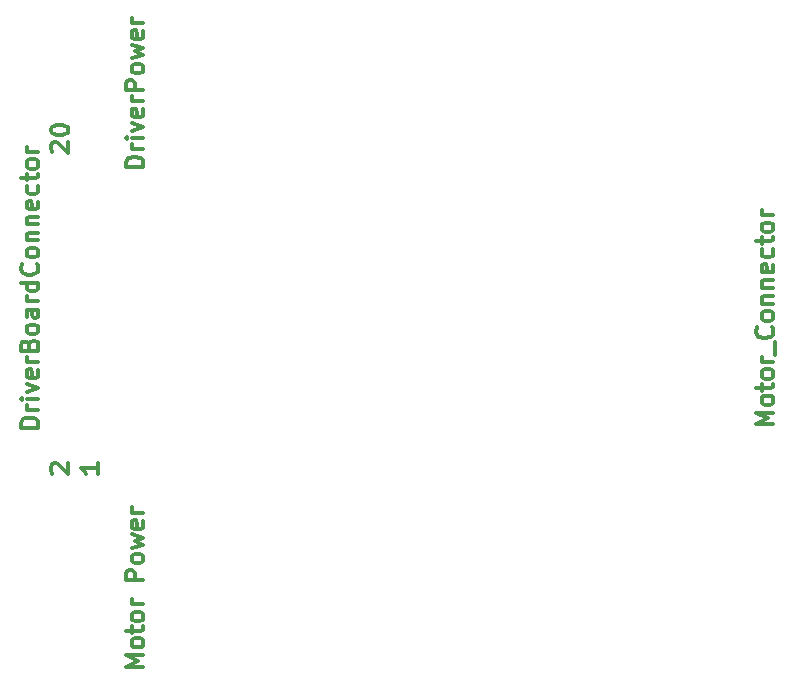
<source format=gbr>
G04 #@! TF.FileFunction,Drawing*
%FSLAX46Y46*%
G04 Gerber Fmt 4.6, Leading zero omitted, Abs format (unit mm)*
G04 Created by KiCad (PCBNEW 4.0.6) date 05/21/18 13:30:20*
%MOMM*%
%LPD*%
G01*
G04 APERTURE LIST*
%ADD10C,0.100000*%
%ADD11C,0.300000*%
G04 APERTURE END LIST*
D10*
D11*
X169501429Y-131238571D02*
X169430000Y-131167142D01*
X169358571Y-131024285D01*
X169358571Y-130667142D01*
X169430000Y-130524285D01*
X169501429Y-130452856D01*
X169644286Y-130381428D01*
X169787143Y-130381428D01*
X170001429Y-130452856D01*
X170858571Y-131309999D01*
X170858571Y-130381428D01*
X169501429Y-104012857D02*
X169430000Y-103941428D01*
X169358571Y-103798571D01*
X169358571Y-103441428D01*
X169430000Y-103298571D01*
X169501429Y-103227142D01*
X169644286Y-103155714D01*
X169787143Y-103155714D01*
X170001429Y-103227142D01*
X170858571Y-104084285D01*
X170858571Y-103155714D01*
X169358571Y-102227143D02*
X169358571Y-102084286D01*
X169430000Y-101941429D01*
X169501429Y-101870000D01*
X169644286Y-101798571D01*
X169930000Y-101727143D01*
X170287143Y-101727143D01*
X170572857Y-101798571D01*
X170715714Y-101870000D01*
X170787143Y-101941429D01*
X170858571Y-102084286D01*
X170858571Y-102227143D01*
X170787143Y-102370000D01*
X170715714Y-102441429D01*
X170572857Y-102512857D01*
X170287143Y-102584286D01*
X169930000Y-102584286D01*
X169644286Y-102512857D01*
X169501429Y-102441429D01*
X169430000Y-102370000D01*
X169358571Y-102227143D01*
X177208571Y-147612857D02*
X175708571Y-147612857D01*
X176780000Y-147112857D01*
X175708571Y-146612857D01*
X177208571Y-146612857D01*
X177208571Y-145684285D02*
X177137143Y-145827143D01*
X177065714Y-145898571D01*
X176922857Y-145970000D01*
X176494286Y-145970000D01*
X176351429Y-145898571D01*
X176280000Y-145827143D01*
X176208571Y-145684285D01*
X176208571Y-145470000D01*
X176280000Y-145327143D01*
X176351429Y-145255714D01*
X176494286Y-145184285D01*
X176922857Y-145184285D01*
X177065714Y-145255714D01*
X177137143Y-145327143D01*
X177208571Y-145470000D01*
X177208571Y-145684285D01*
X176208571Y-144755714D02*
X176208571Y-144184285D01*
X175708571Y-144541428D02*
X176994286Y-144541428D01*
X177137143Y-144470000D01*
X177208571Y-144327142D01*
X177208571Y-144184285D01*
X177208571Y-143469999D02*
X177137143Y-143612857D01*
X177065714Y-143684285D01*
X176922857Y-143755714D01*
X176494286Y-143755714D01*
X176351429Y-143684285D01*
X176280000Y-143612857D01*
X176208571Y-143469999D01*
X176208571Y-143255714D01*
X176280000Y-143112857D01*
X176351429Y-143041428D01*
X176494286Y-142969999D01*
X176922857Y-142969999D01*
X177065714Y-143041428D01*
X177137143Y-143112857D01*
X177208571Y-143255714D01*
X177208571Y-143469999D01*
X177208571Y-142327142D02*
X176208571Y-142327142D01*
X176494286Y-142327142D02*
X176351429Y-142255714D01*
X176280000Y-142184285D01*
X176208571Y-142041428D01*
X176208571Y-141898571D01*
X177208571Y-140255714D02*
X175708571Y-140255714D01*
X175708571Y-139684286D01*
X175780000Y-139541428D01*
X175851429Y-139470000D01*
X175994286Y-139398571D01*
X176208571Y-139398571D01*
X176351429Y-139470000D01*
X176422857Y-139541428D01*
X176494286Y-139684286D01*
X176494286Y-140255714D01*
X177208571Y-138541428D02*
X177137143Y-138684286D01*
X177065714Y-138755714D01*
X176922857Y-138827143D01*
X176494286Y-138827143D01*
X176351429Y-138755714D01*
X176280000Y-138684286D01*
X176208571Y-138541428D01*
X176208571Y-138327143D01*
X176280000Y-138184286D01*
X176351429Y-138112857D01*
X176494286Y-138041428D01*
X176922857Y-138041428D01*
X177065714Y-138112857D01*
X177137143Y-138184286D01*
X177208571Y-138327143D01*
X177208571Y-138541428D01*
X176208571Y-137541428D02*
X177208571Y-137255714D01*
X176494286Y-136970000D01*
X177208571Y-136684285D01*
X176208571Y-136398571D01*
X177137143Y-135255714D02*
X177208571Y-135398571D01*
X177208571Y-135684285D01*
X177137143Y-135827142D01*
X176994286Y-135898571D01*
X176422857Y-135898571D01*
X176280000Y-135827142D01*
X176208571Y-135684285D01*
X176208571Y-135398571D01*
X176280000Y-135255714D01*
X176422857Y-135184285D01*
X176565714Y-135184285D01*
X176708571Y-135898571D01*
X177208571Y-134541428D02*
X176208571Y-134541428D01*
X176494286Y-134541428D02*
X176351429Y-134470000D01*
X176280000Y-134398571D01*
X176208571Y-134255714D01*
X176208571Y-134112857D01*
X177208571Y-105274285D02*
X175708571Y-105274285D01*
X175708571Y-104917142D01*
X175780000Y-104702857D01*
X175922857Y-104559999D01*
X176065714Y-104488571D01*
X176351429Y-104417142D01*
X176565714Y-104417142D01*
X176851429Y-104488571D01*
X176994286Y-104559999D01*
X177137143Y-104702857D01*
X177208571Y-104917142D01*
X177208571Y-105274285D01*
X177208571Y-103774285D02*
X176208571Y-103774285D01*
X176494286Y-103774285D02*
X176351429Y-103702857D01*
X176280000Y-103631428D01*
X176208571Y-103488571D01*
X176208571Y-103345714D01*
X177208571Y-102845714D02*
X176208571Y-102845714D01*
X175708571Y-102845714D02*
X175780000Y-102917143D01*
X175851429Y-102845714D01*
X175780000Y-102774286D01*
X175708571Y-102845714D01*
X175851429Y-102845714D01*
X176208571Y-102274285D02*
X177208571Y-101917142D01*
X176208571Y-101560000D01*
X177137143Y-100417143D02*
X177208571Y-100560000D01*
X177208571Y-100845714D01*
X177137143Y-100988571D01*
X176994286Y-101060000D01*
X176422857Y-101060000D01*
X176280000Y-100988571D01*
X176208571Y-100845714D01*
X176208571Y-100560000D01*
X176280000Y-100417143D01*
X176422857Y-100345714D01*
X176565714Y-100345714D01*
X176708571Y-101060000D01*
X177208571Y-99702857D02*
X176208571Y-99702857D01*
X176494286Y-99702857D02*
X176351429Y-99631429D01*
X176280000Y-99560000D01*
X176208571Y-99417143D01*
X176208571Y-99274286D01*
X177208571Y-98774286D02*
X175708571Y-98774286D01*
X175708571Y-98202858D01*
X175780000Y-98060000D01*
X175851429Y-97988572D01*
X175994286Y-97917143D01*
X176208571Y-97917143D01*
X176351429Y-97988572D01*
X176422857Y-98060000D01*
X176494286Y-98202858D01*
X176494286Y-98774286D01*
X177208571Y-97060000D02*
X177137143Y-97202858D01*
X177065714Y-97274286D01*
X176922857Y-97345715D01*
X176494286Y-97345715D01*
X176351429Y-97274286D01*
X176280000Y-97202858D01*
X176208571Y-97060000D01*
X176208571Y-96845715D01*
X176280000Y-96702858D01*
X176351429Y-96631429D01*
X176494286Y-96560000D01*
X176922857Y-96560000D01*
X177065714Y-96631429D01*
X177137143Y-96702858D01*
X177208571Y-96845715D01*
X177208571Y-97060000D01*
X176208571Y-96060000D02*
X177208571Y-95774286D01*
X176494286Y-95488572D01*
X177208571Y-95202857D01*
X176208571Y-94917143D01*
X177137143Y-93774286D02*
X177208571Y-93917143D01*
X177208571Y-94202857D01*
X177137143Y-94345714D01*
X176994286Y-94417143D01*
X176422857Y-94417143D01*
X176280000Y-94345714D01*
X176208571Y-94202857D01*
X176208571Y-93917143D01*
X176280000Y-93774286D01*
X176422857Y-93702857D01*
X176565714Y-93702857D01*
X176708571Y-94417143D01*
X177208571Y-93060000D02*
X176208571Y-93060000D01*
X176494286Y-93060000D02*
X176351429Y-92988572D01*
X176280000Y-92917143D01*
X176208571Y-92774286D01*
X176208571Y-92631429D01*
X173398571Y-130381428D02*
X173398571Y-131238571D01*
X173398571Y-130809999D02*
X171898571Y-130809999D01*
X172112857Y-130952856D01*
X172255714Y-131095714D01*
X172327143Y-131238571D01*
X168318571Y-127355713D02*
X166818571Y-127355713D01*
X166818571Y-126998570D01*
X166890000Y-126784285D01*
X167032857Y-126641427D01*
X167175714Y-126569999D01*
X167461429Y-126498570D01*
X167675714Y-126498570D01*
X167961429Y-126569999D01*
X168104286Y-126641427D01*
X168247143Y-126784285D01*
X168318571Y-126998570D01*
X168318571Y-127355713D01*
X168318571Y-125855713D02*
X167318571Y-125855713D01*
X167604286Y-125855713D02*
X167461429Y-125784285D01*
X167390000Y-125712856D01*
X167318571Y-125569999D01*
X167318571Y-125427142D01*
X168318571Y-124927142D02*
X167318571Y-124927142D01*
X166818571Y-124927142D02*
X166890000Y-124998571D01*
X166961429Y-124927142D01*
X166890000Y-124855714D01*
X166818571Y-124927142D01*
X166961429Y-124927142D01*
X167318571Y-124355713D02*
X168318571Y-123998570D01*
X167318571Y-123641428D01*
X168247143Y-122498571D02*
X168318571Y-122641428D01*
X168318571Y-122927142D01*
X168247143Y-123069999D01*
X168104286Y-123141428D01*
X167532857Y-123141428D01*
X167390000Y-123069999D01*
X167318571Y-122927142D01*
X167318571Y-122641428D01*
X167390000Y-122498571D01*
X167532857Y-122427142D01*
X167675714Y-122427142D01*
X167818571Y-123141428D01*
X168318571Y-121784285D02*
X167318571Y-121784285D01*
X167604286Y-121784285D02*
X167461429Y-121712857D01*
X167390000Y-121641428D01*
X167318571Y-121498571D01*
X167318571Y-121355714D01*
X167532857Y-120355714D02*
X167604286Y-120141428D01*
X167675714Y-120070000D01*
X167818571Y-119998571D01*
X168032857Y-119998571D01*
X168175714Y-120070000D01*
X168247143Y-120141428D01*
X168318571Y-120284286D01*
X168318571Y-120855714D01*
X166818571Y-120855714D01*
X166818571Y-120355714D01*
X166890000Y-120212857D01*
X166961429Y-120141428D01*
X167104286Y-120070000D01*
X167247143Y-120070000D01*
X167390000Y-120141428D01*
X167461429Y-120212857D01*
X167532857Y-120355714D01*
X167532857Y-120855714D01*
X168318571Y-119141428D02*
X168247143Y-119284286D01*
X168175714Y-119355714D01*
X168032857Y-119427143D01*
X167604286Y-119427143D01*
X167461429Y-119355714D01*
X167390000Y-119284286D01*
X167318571Y-119141428D01*
X167318571Y-118927143D01*
X167390000Y-118784286D01*
X167461429Y-118712857D01*
X167604286Y-118641428D01*
X168032857Y-118641428D01*
X168175714Y-118712857D01*
X168247143Y-118784286D01*
X168318571Y-118927143D01*
X168318571Y-119141428D01*
X168318571Y-117355714D02*
X167532857Y-117355714D01*
X167390000Y-117427143D01*
X167318571Y-117570000D01*
X167318571Y-117855714D01*
X167390000Y-117998571D01*
X168247143Y-117355714D02*
X168318571Y-117498571D01*
X168318571Y-117855714D01*
X168247143Y-117998571D01*
X168104286Y-118070000D01*
X167961429Y-118070000D01*
X167818571Y-117998571D01*
X167747143Y-117855714D01*
X167747143Y-117498571D01*
X167675714Y-117355714D01*
X168318571Y-116641428D02*
X167318571Y-116641428D01*
X167604286Y-116641428D02*
X167461429Y-116570000D01*
X167390000Y-116498571D01*
X167318571Y-116355714D01*
X167318571Y-116212857D01*
X168318571Y-115070000D02*
X166818571Y-115070000D01*
X168247143Y-115070000D02*
X168318571Y-115212857D01*
X168318571Y-115498571D01*
X168247143Y-115641429D01*
X168175714Y-115712857D01*
X168032857Y-115784286D01*
X167604286Y-115784286D01*
X167461429Y-115712857D01*
X167390000Y-115641429D01*
X167318571Y-115498571D01*
X167318571Y-115212857D01*
X167390000Y-115070000D01*
X168175714Y-113498571D02*
X168247143Y-113570000D01*
X168318571Y-113784286D01*
X168318571Y-113927143D01*
X168247143Y-114141428D01*
X168104286Y-114284286D01*
X167961429Y-114355714D01*
X167675714Y-114427143D01*
X167461429Y-114427143D01*
X167175714Y-114355714D01*
X167032857Y-114284286D01*
X166890000Y-114141428D01*
X166818571Y-113927143D01*
X166818571Y-113784286D01*
X166890000Y-113570000D01*
X166961429Y-113498571D01*
X168318571Y-112641428D02*
X168247143Y-112784286D01*
X168175714Y-112855714D01*
X168032857Y-112927143D01*
X167604286Y-112927143D01*
X167461429Y-112855714D01*
X167390000Y-112784286D01*
X167318571Y-112641428D01*
X167318571Y-112427143D01*
X167390000Y-112284286D01*
X167461429Y-112212857D01*
X167604286Y-112141428D01*
X168032857Y-112141428D01*
X168175714Y-112212857D01*
X168247143Y-112284286D01*
X168318571Y-112427143D01*
X168318571Y-112641428D01*
X167318571Y-111498571D02*
X168318571Y-111498571D01*
X167461429Y-111498571D02*
X167390000Y-111427143D01*
X167318571Y-111284285D01*
X167318571Y-111070000D01*
X167390000Y-110927143D01*
X167532857Y-110855714D01*
X168318571Y-110855714D01*
X167318571Y-110141428D02*
X168318571Y-110141428D01*
X167461429Y-110141428D02*
X167390000Y-110070000D01*
X167318571Y-109927142D01*
X167318571Y-109712857D01*
X167390000Y-109570000D01*
X167532857Y-109498571D01*
X168318571Y-109498571D01*
X168247143Y-108212857D02*
X168318571Y-108355714D01*
X168318571Y-108641428D01*
X168247143Y-108784285D01*
X168104286Y-108855714D01*
X167532857Y-108855714D01*
X167390000Y-108784285D01*
X167318571Y-108641428D01*
X167318571Y-108355714D01*
X167390000Y-108212857D01*
X167532857Y-108141428D01*
X167675714Y-108141428D01*
X167818571Y-108855714D01*
X168247143Y-106855714D02*
X168318571Y-106998571D01*
X168318571Y-107284285D01*
X168247143Y-107427143D01*
X168175714Y-107498571D01*
X168032857Y-107570000D01*
X167604286Y-107570000D01*
X167461429Y-107498571D01*
X167390000Y-107427143D01*
X167318571Y-107284285D01*
X167318571Y-106998571D01*
X167390000Y-106855714D01*
X167318571Y-106427143D02*
X167318571Y-105855714D01*
X166818571Y-106212857D02*
X168104286Y-106212857D01*
X168247143Y-106141429D01*
X168318571Y-105998571D01*
X168318571Y-105855714D01*
X168318571Y-105141428D02*
X168247143Y-105284286D01*
X168175714Y-105355714D01*
X168032857Y-105427143D01*
X167604286Y-105427143D01*
X167461429Y-105355714D01*
X167390000Y-105284286D01*
X167318571Y-105141428D01*
X167318571Y-104927143D01*
X167390000Y-104784286D01*
X167461429Y-104712857D01*
X167604286Y-104641428D01*
X168032857Y-104641428D01*
X168175714Y-104712857D01*
X168247143Y-104784286D01*
X168318571Y-104927143D01*
X168318571Y-105141428D01*
X168318571Y-103998571D02*
X167318571Y-103998571D01*
X167604286Y-103998571D02*
X167461429Y-103927143D01*
X167390000Y-103855714D01*
X167318571Y-103712857D01*
X167318571Y-103570000D01*
X230548571Y-127074285D02*
X229048571Y-127074285D01*
X230120000Y-126574285D01*
X229048571Y-126074285D01*
X230548571Y-126074285D01*
X230548571Y-125145713D02*
X230477143Y-125288571D01*
X230405714Y-125359999D01*
X230262857Y-125431428D01*
X229834286Y-125431428D01*
X229691429Y-125359999D01*
X229620000Y-125288571D01*
X229548571Y-125145713D01*
X229548571Y-124931428D01*
X229620000Y-124788571D01*
X229691429Y-124717142D01*
X229834286Y-124645713D01*
X230262857Y-124645713D01*
X230405714Y-124717142D01*
X230477143Y-124788571D01*
X230548571Y-124931428D01*
X230548571Y-125145713D01*
X229548571Y-124217142D02*
X229548571Y-123645713D01*
X229048571Y-124002856D02*
X230334286Y-124002856D01*
X230477143Y-123931428D01*
X230548571Y-123788570D01*
X230548571Y-123645713D01*
X230548571Y-122931427D02*
X230477143Y-123074285D01*
X230405714Y-123145713D01*
X230262857Y-123217142D01*
X229834286Y-123217142D01*
X229691429Y-123145713D01*
X229620000Y-123074285D01*
X229548571Y-122931427D01*
X229548571Y-122717142D01*
X229620000Y-122574285D01*
X229691429Y-122502856D01*
X229834286Y-122431427D01*
X230262857Y-122431427D01*
X230405714Y-122502856D01*
X230477143Y-122574285D01*
X230548571Y-122717142D01*
X230548571Y-122931427D01*
X230548571Y-121788570D02*
X229548571Y-121788570D01*
X229834286Y-121788570D02*
X229691429Y-121717142D01*
X229620000Y-121645713D01*
X229548571Y-121502856D01*
X229548571Y-121359999D01*
X230691429Y-121217142D02*
X230691429Y-120074285D01*
X230405714Y-118859999D02*
X230477143Y-118931428D01*
X230548571Y-119145714D01*
X230548571Y-119288571D01*
X230477143Y-119502856D01*
X230334286Y-119645714D01*
X230191429Y-119717142D01*
X229905714Y-119788571D01*
X229691429Y-119788571D01*
X229405714Y-119717142D01*
X229262857Y-119645714D01*
X229120000Y-119502856D01*
X229048571Y-119288571D01*
X229048571Y-119145714D01*
X229120000Y-118931428D01*
X229191429Y-118859999D01*
X230548571Y-118002856D02*
X230477143Y-118145714D01*
X230405714Y-118217142D01*
X230262857Y-118288571D01*
X229834286Y-118288571D01*
X229691429Y-118217142D01*
X229620000Y-118145714D01*
X229548571Y-118002856D01*
X229548571Y-117788571D01*
X229620000Y-117645714D01*
X229691429Y-117574285D01*
X229834286Y-117502856D01*
X230262857Y-117502856D01*
X230405714Y-117574285D01*
X230477143Y-117645714D01*
X230548571Y-117788571D01*
X230548571Y-118002856D01*
X229548571Y-116859999D02*
X230548571Y-116859999D01*
X229691429Y-116859999D02*
X229620000Y-116788571D01*
X229548571Y-116645713D01*
X229548571Y-116431428D01*
X229620000Y-116288571D01*
X229762857Y-116217142D01*
X230548571Y-116217142D01*
X229548571Y-115502856D02*
X230548571Y-115502856D01*
X229691429Y-115502856D02*
X229620000Y-115431428D01*
X229548571Y-115288570D01*
X229548571Y-115074285D01*
X229620000Y-114931428D01*
X229762857Y-114859999D01*
X230548571Y-114859999D01*
X230477143Y-113574285D02*
X230548571Y-113717142D01*
X230548571Y-114002856D01*
X230477143Y-114145713D01*
X230334286Y-114217142D01*
X229762857Y-114217142D01*
X229620000Y-114145713D01*
X229548571Y-114002856D01*
X229548571Y-113717142D01*
X229620000Y-113574285D01*
X229762857Y-113502856D01*
X229905714Y-113502856D01*
X230048571Y-114217142D01*
X230477143Y-112217142D02*
X230548571Y-112359999D01*
X230548571Y-112645713D01*
X230477143Y-112788571D01*
X230405714Y-112859999D01*
X230262857Y-112931428D01*
X229834286Y-112931428D01*
X229691429Y-112859999D01*
X229620000Y-112788571D01*
X229548571Y-112645713D01*
X229548571Y-112359999D01*
X229620000Y-112217142D01*
X229548571Y-111788571D02*
X229548571Y-111217142D01*
X229048571Y-111574285D02*
X230334286Y-111574285D01*
X230477143Y-111502857D01*
X230548571Y-111359999D01*
X230548571Y-111217142D01*
X230548571Y-110502856D02*
X230477143Y-110645714D01*
X230405714Y-110717142D01*
X230262857Y-110788571D01*
X229834286Y-110788571D01*
X229691429Y-110717142D01*
X229620000Y-110645714D01*
X229548571Y-110502856D01*
X229548571Y-110288571D01*
X229620000Y-110145714D01*
X229691429Y-110074285D01*
X229834286Y-110002856D01*
X230262857Y-110002856D01*
X230405714Y-110074285D01*
X230477143Y-110145714D01*
X230548571Y-110288571D01*
X230548571Y-110502856D01*
X230548571Y-109359999D02*
X229548571Y-109359999D01*
X229834286Y-109359999D02*
X229691429Y-109288571D01*
X229620000Y-109217142D01*
X229548571Y-109074285D01*
X229548571Y-108931428D01*
M02*

</source>
